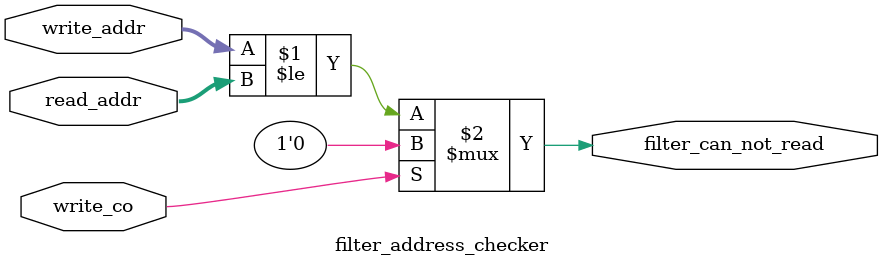
<source format=v>
module filter_address_checker #(
    parameter ADDR_WIDTH = 8
)(
    input  wire [ADDR_WIDTH-1:0] write_addr,  
    input  wire [ADDR_WIDTH-1:0] read_addr,
    input  wire write_co,    
    output wire filter_can_not_read
);

    assign filter_can_not_read = write_co ? 1'b0 : (write_addr <= read_addr);

endmodule
</source>
